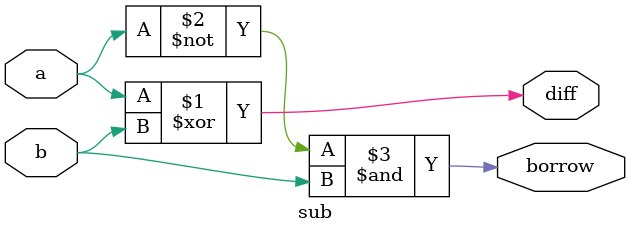
<source format=v>
 module sub(input a,b,output diff,borrow);
     assign diff = a^b;
     assign borrow = ~a&b;
 endmodule


</source>
